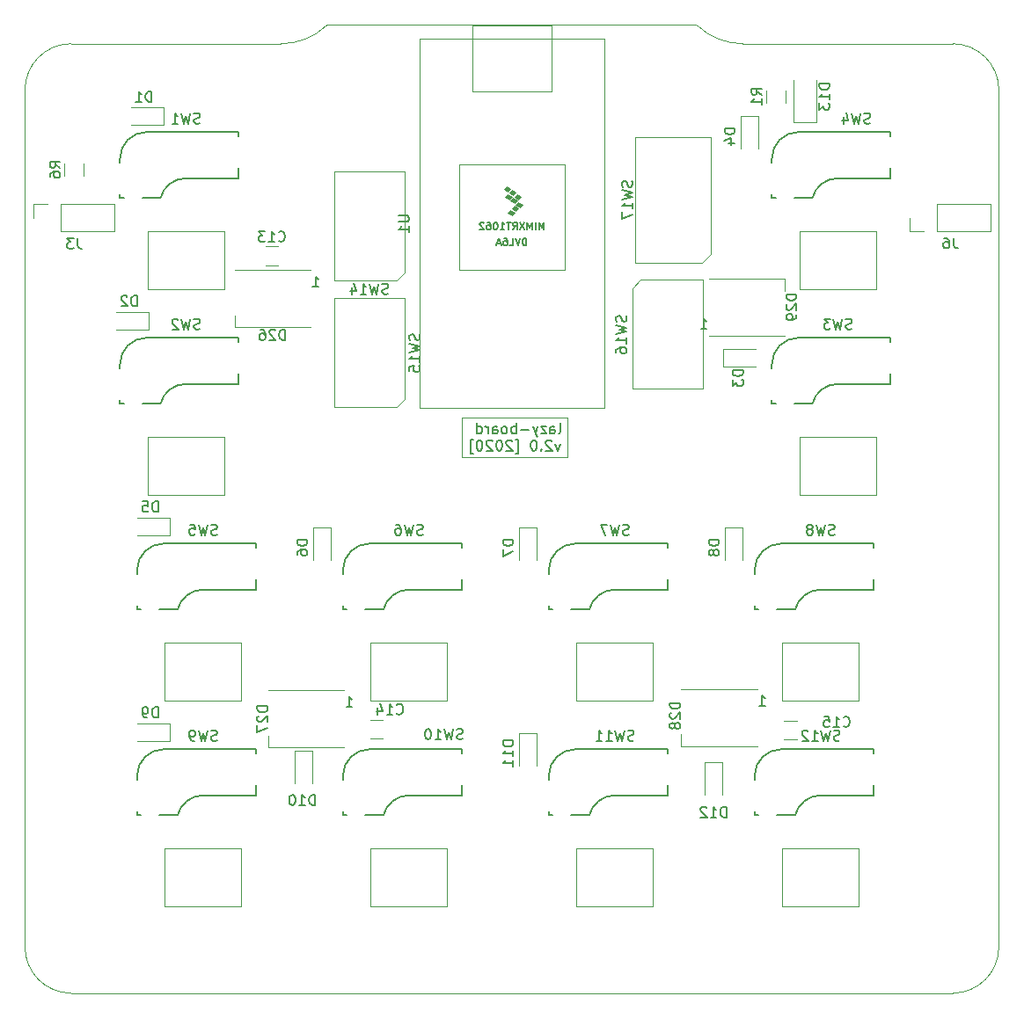
<source format=gbr>
G04 #@! TF.GenerationSoftware,KiCad,Pcbnew,(5.1.6)-1*
G04 #@! TF.CreationDate,2020-07-03T23:32:01-07:00*
G04 #@! TF.ProjectId,keypadV2,6b657970-6164-4563-922e-6b696361645f,rev?*
G04 #@! TF.SameCoordinates,Original*
G04 #@! TF.FileFunction,Legend,Bot*
G04 #@! TF.FilePolarity,Positive*
%FSLAX46Y46*%
G04 Gerber Fmt 4.6, Leading zero omitted, Abs format (unit mm)*
G04 Created by KiCad (PCBNEW (5.1.6)-1) date 2020-07-03 23:32:01*
%MOMM*%
%LPD*%
G01*
G04 APERTURE LIST*
%ADD10C,0.120000*%
%ADD11C,0.150000*%
G04 #@! TA.AperFunction,Profile*
%ADD12C,0.050000*%
G04 #@! TD*
G04 #@! TA.AperFunction,Profile*
%ADD13C,0.120000*%
G04 #@! TD*
%ADD14C,0.100000*%
G04 APERTURE END LIST*
D10*
X177038000Y-85217000D02*
X187198000Y-85217000D01*
X177038000Y-81407000D02*
X177038000Y-85217000D01*
X187198000Y-81407000D02*
X177038000Y-81407000D01*
X187198000Y-85217000D02*
X187198000Y-81407000D01*
D11*
X186356095Y-82939380D02*
X186451333Y-82891761D01*
X186498952Y-82796523D01*
X186498952Y-81939380D01*
X185546571Y-82939380D02*
X185546571Y-82415571D01*
X185594190Y-82320333D01*
X185689428Y-82272714D01*
X185879904Y-82272714D01*
X185975142Y-82320333D01*
X185546571Y-82891761D02*
X185641809Y-82939380D01*
X185879904Y-82939380D01*
X185975142Y-82891761D01*
X186022761Y-82796523D01*
X186022761Y-82701285D01*
X185975142Y-82606047D01*
X185879904Y-82558428D01*
X185641809Y-82558428D01*
X185546571Y-82510809D01*
X185165619Y-82272714D02*
X184641809Y-82272714D01*
X185165619Y-82939380D01*
X184641809Y-82939380D01*
X184356095Y-82272714D02*
X184118000Y-82939380D01*
X183879904Y-82272714D02*
X184118000Y-82939380D01*
X184213238Y-83177476D01*
X184260857Y-83225095D01*
X184356095Y-83272714D01*
X183498952Y-82558428D02*
X182737047Y-82558428D01*
X182260857Y-82939380D02*
X182260857Y-81939380D01*
X182260857Y-82320333D02*
X182165619Y-82272714D01*
X181975142Y-82272714D01*
X181879904Y-82320333D01*
X181832285Y-82367952D01*
X181784666Y-82463190D01*
X181784666Y-82748904D01*
X181832285Y-82844142D01*
X181879904Y-82891761D01*
X181975142Y-82939380D01*
X182165619Y-82939380D01*
X182260857Y-82891761D01*
X181213238Y-82939380D02*
X181308476Y-82891761D01*
X181356095Y-82844142D01*
X181403714Y-82748904D01*
X181403714Y-82463190D01*
X181356095Y-82367952D01*
X181308476Y-82320333D01*
X181213238Y-82272714D01*
X181070380Y-82272714D01*
X180975142Y-82320333D01*
X180927523Y-82367952D01*
X180879904Y-82463190D01*
X180879904Y-82748904D01*
X180927523Y-82844142D01*
X180975142Y-82891761D01*
X181070380Y-82939380D01*
X181213238Y-82939380D01*
X180022761Y-82939380D02*
X180022761Y-82415571D01*
X180070380Y-82320333D01*
X180165619Y-82272714D01*
X180356095Y-82272714D01*
X180451333Y-82320333D01*
X180022761Y-82891761D02*
X180118000Y-82939380D01*
X180356095Y-82939380D01*
X180451333Y-82891761D01*
X180498952Y-82796523D01*
X180498952Y-82701285D01*
X180451333Y-82606047D01*
X180356095Y-82558428D01*
X180118000Y-82558428D01*
X180022761Y-82510809D01*
X179546571Y-82939380D02*
X179546571Y-82272714D01*
X179546571Y-82463190D02*
X179498952Y-82367952D01*
X179451333Y-82320333D01*
X179356095Y-82272714D01*
X179260857Y-82272714D01*
X178498952Y-82939380D02*
X178498952Y-81939380D01*
X178498952Y-82891761D02*
X178594190Y-82939380D01*
X178784666Y-82939380D01*
X178879904Y-82891761D01*
X178927523Y-82844142D01*
X178975142Y-82748904D01*
X178975142Y-82463190D01*
X178927523Y-82367952D01*
X178879904Y-82320333D01*
X178784666Y-82272714D01*
X178594190Y-82272714D01*
X178498952Y-82320333D01*
X186498952Y-83922714D02*
X186260857Y-84589380D01*
X186022761Y-83922714D01*
X185689428Y-83684619D02*
X185641809Y-83637000D01*
X185546571Y-83589380D01*
X185308476Y-83589380D01*
X185213238Y-83637000D01*
X185165619Y-83684619D01*
X185118000Y-83779857D01*
X185118000Y-83875095D01*
X185165619Y-84017952D01*
X185737047Y-84589380D01*
X185118000Y-84589380D01*
X184689428Y-84494142D02*
X184641809Y-84541761D01*
X184689428Y-84589380D01*
X184737047Y-84541761D01*
X184689428Y-84494142D01*
X184689428Y-84589380D01*
X184022761Y-83589380D02*
X183927523Y-83589380D01*
X183832285Y-83637000D01*
X183784666Y-83684619D01*
X183737047Y-83779857D01*
X183689428Y-83970333D01*
X183689428Y-84208428D01*
X183737047Y-84398904D01*
X183784666Y-84494142D01*
X183832285Y-84541761D01*
X183927523Y-84589380D01*
X184022761Y-84589380D01*
X184118000Y-84541761D01*
X184165619Y-84494142D01*
X184213238Y-84398904D01*
X184260857Y-84208428D01*
X184260857Y-83970333D01*
X184213238Y-83779857D01*
X184165619Y-83684619D01*
X184118000Y-83637000D01*
X184022761Y-83589380D01*
X182213238Y-84922714D02*
X182451333Y-84922714D01*
X182451333Y-83494142D01*
X182213238Y-83494142D01*
X181879904Y-83684619D02*
X181832285Y-83637000D01*
X181737047Y-83589380D01*
X181498952Y-83589380D01*
X181403714Y-83637000D01*
X181356095Y-83684619D01*
X181308476Y-83779857D01*
X181308476Y-83875095D01*
X181356095Y-84017952D01*
X181927523Y-84589380D01*
X181308476Y-84589380D01*
X180689428Y-83589380D02*
X180594190Y-83589380D01*
X180498952Y-83637000D01*
X180451333Y-83684619D01*
X180403714Y-83779857D01*
X180356095Y-83970333D01*
X180356095Y-84208428D01*
X180403714Y-84398904D01*
X180451333Y-84494142D01*
X180498952Y-84541761D01*
X180594190Y-84589380D01*
X180689428Y-84589380D01*
X180784666Y-84541761D01*
X180832285Y-84494142D01*
X180879904Y-84398904D01*
X180927523Y-84208428D01*
X180927523Y-83970333D01*
X180879904Y-83779857D01*
X180832285Y-83684619D01*
X180784666Y-83637000D01*
X180689428Y-83589380D01*
X179975142Y-83684619D02*
X179927523Y-83637000D01*
X179832285Y-83589380D01*
X179594190Y-83589380D01*
X179498952Y-83637000D01*
X179451333Y-83684619D01*
X179403714Y-83779857D01*
X179403714Y-83875095D01*
X179451333Y-84017952D01*
X180022761Y-84589380D01*
X179403714Y-84589380D01*
X178784666Y-83589380D02*
X178689428Y-83589380D01*
X178594190Y-83637000D01*
X178546571Y-83684619D01*
X178498952Y-83779857D01*
X178451333Y-83970333D01*
X178451333Y-84208428D01*
X178498952Y-84398904D01*
X178546571Y-84494142D01*
X178594190Y-84541761D01*
X178689428Y-84589380D01*
X178784666Y-84589380D01*
X178879904Y-84541761D01*
X178927523Y-84494142D01*
X178975142Y-84398904D01*
X179022761Y-84208428D01*
X179022761Y-83970333D01*
X178975142Y-83779857D01*
X178927523Y-83684619D01*
X178879904Y-83637000D01*
X178784666Y-83589380D01*
X178118000Y-84922714D02*
X177879904Y-84922714D01*
X177879904Y-83494142D01*
X178118000Y-83494142D01*
D12*
X154178000Y-69024500D02*
X154178000Y-63436500D01*
X146812000Y-69024500D02*
X154178000Y-69024500D01*
X154178000Y-63436500D02*
X146812000Y-63436500D01*
X146812000Y-63436500D02*
X146812000Y-69024500D01*
X154178000Y-88836500D02*
X154178000Y-83248500D01*
X146812000Y-88836500D02*
X154178000Y-88836500D01*
X154178000Y-83248500D02*
X146812000Y-83248500D01*
X146812000Y-83248500D02*
X146812000Y-88836500D01*
X155829000Y-108648500D02*
X155829000Y-103060500D01*
X148463000Y-108648500D02*
X155829000Y-108648500D01*
X155829000Y-103060500D02*
X148463000Y-103060500D01*
X148463000Y-103060500D02*
X148463000Y-108648500D01*
X155829000Y-128460500D02*
X155829000Y-122872500D01*
X148463000Y-128460500D02*
X155829000Y-128460500D01*
X155829000Y-122872500D02*
X148463000Y-122872500D01*
X148463000Y-122872500D02*
X148463000Y-128460500D01*
X175641000Y-128460500D02*
X175641000Y-122872500D01*
X168275000Y-128460500D02*
X175641000Y-128460500D01*
X175641000Y-122872500D02*
X168275000Y-122872500D01*
X168275000Y-122872500D02*
X168275000Y-128460500D01*
X175641000Y-108648500D02*
X175641000Y-103060500D01*
X168275000Y-108648500D02*
X175641000Y-108648500D01*
X175641000Y-103060500D02*
X168275000Y-103060500D01*
X168275000Y-103060500D02*
X168275000Y-108648500D01*
X195453000Y-108648500D02*
X195453000Y-103060500D01*
X188087000Y-108648500D02*
X195453000Y-108648500D01*
X195453000Y-103060500D02*
X188087000Y-103060500D01*
X188087000Y-103060500D02*
X188087000Y-108648500D01*
X195453000Y-128460500D02*
X195453000Y-122872500D01*
X188087000Y-128460500D02*
X195453000Y-128460500D01*
X195453000Y-122872500D02*
X188087000Y-122872500D01*
X188087000Y-122872500D02*
X188087000Y-128460500D01*
X215265000Y-128460500D02*
X215265000Y-122872500D01*
X207899000Y-128460500D02*
X215265000Y-128460500D01*
X215265000Y-122872500D02*
X207899000Y-122872500D01*
X207899000Y-122872500D02*
X207899000Y-128460500D01*
X215265000Y-108648500D02*
X215265000Y-103060500D01*
X207899000Y-108648500D02*
X215265000Y-108648500D01*
X215265000Y-103060500D02*
X207899000Y-103060500D01*
X207899000Y-103060500D02*
X207899000Y-108648500D01*
X216916000Y-83248500D02*
X209550000Y-83248500D01*
X209550000Y-88836500D02*
X216916000Y-88836500D01*
X216916000Y-88836500D02*
X216916000Y-83248500D01*
X209550000Y-83248500D02*
X209550000Y-88836500D01*
X216916000Y-69024500D02*
X216916000Y-63436500D01*
X209550000Y-69024500D02*
X216916000Y-69024500D01*
X209550000Y-63436500D02*
X209550000Y-69024500D01*
X216916000Y-63436500D02*
X209550000Y-63436500D01*
X224282000Y-45402500D02*
X204089000Y-45402500D01*
X199459533Y-43557442D02*
X164268467Y-43557442D01*
X199728941Y-43669034D02*
G75*
G03*
X204089000Y-45402500I4360059J4616534D01*
G01*
X199728941Y-43669034D02*
G75*
G03*
X199459533Y-43557442I-269408J-269408D01*
G01*
X163999059Y-43669034D02*
G75*
G02*
X164268467Y-43557442I269408J-269408D01*
G01*
X163999059Y-43669034D02*
G75*
G02*
X159639000Y-45402500I-4360059J4616534D01*
G01*
X139446000Y-45402500D02*
X159639000Y-45402500D01*
X135001000Y-49847500D02*
X135001000Y-132397500D01*
X224282000Y-136842500D02*
X139446000Y-136842500D01*
X228727000Y-49847500D02*
X228727000Y-132397500D01*
D13*
X135001000Y-49847500D02*
G75*
G02*
X139446000Y-45402500I4445000J0D01*
G01*
X224282000Y-45402500D02*
G75*
G02*
X228727000Y-49847500I0J-4445000D01*
G01*
X228727000Y-132397500D02*
G75*
G02*
X224282000Y-136842500I-4445000J0D01*
G01*
X139446000Y-136842500D02*
G75*
G02*
X135001000Y-132397500I0J4445000D01*
G01*
D10*
X220158000Y-62166500D02*
X220158000Y-63496500D01*
X220158000Y-63496500D02*
X221488000Y-63496500D01*
X222758000Y-63496500D02*
X227898000Y-63496500D01*
X227898000Y-60836500D02*
X227898000Y-63496500D01*
X222758000Y-60836500D02*
X227898000Y-60836500D01*
X222758000Y-60836500D02*
X222758000Y-63496500D01*
X165702000Y-107676500D02*
X158402000Y-107676500D01*
X165702000Y-113176500D02*
X158402000Y-113176500D01*
X158402000Y-113176500D02*
X158402000Y-112026500D01*
X159352064Y-66759500D02*
X158147936Y-66759500D01*
X159352064Y-64939500D02*
X158147936Y-64939500D01*
X168244436Y-110532500D02*
X169448564Y-110532500D01*
X168244436Y-112352500D02*
X169448564Y-112352500D01*
X208058936Y-110596000D02*
X209263064Y-110596000D01*
X208058936Y-112416000D02*
X209263064Y-112416000D01*
X148331000Y-51537500D02*
X148331000Y-53237500D01*
X148331000Y-53237500D02*
X145181000Y-53237500D01*
X148331000Y-51537500D02*
X145181000Y-51537500D01*
X146934000Y-71222500D02*
X146934000Y-72922500D01*
X146934000Y-72922500D02*
X143784000Y-72922500D01*
X146934000Y-71222500D02*
X143784000Y-71222500D01*
X202189000Y-76478500D02*
X205339000Y-76478500D01*
X202189000Y-74778500D02*
X205339000Y-74778500D01*
X202189000Y-76478500D02*
X202189000Y-74778500D01*
X203874000Y-52392500D02*
X205574000Y-52392500D01*
X205574000Y-52392500D02*
X205574000Y-55542500D01*
X203874000Y-52392500D02*
X203874000Y-55542500D01*
X148966000Y-91034500D02*
X145816000Y-91034500D01*
X148966000Y-92734500D02*
X145816000Y-92734500D01*
X148966000Y-91034500D02*
X148966000Y-92734500D01*
X162726000Y-92016500D02*
X164426000Y-92016500D01*
X164426000Y-92016500D02*
X164426000Y-95166500D01*
X162726000Y-92016500D02*
X162726000Y-95166500D01*
X182538000Y-92016500D02*
X182538000Y-95166500D01*
X184238000Y-92016500D02*
X184238000Y-95166500D01*
X182538000Y-92016500D02*
X184238000Y-92016500D01*
X202350000Y-92016500D02*
X202350000Y-95166500D01*
X204050000Y-92016500D02*
X204050000Y-95166500D01*
X202350000Y-92016500D02*
X204050000Y-92016500D01*
X148966000Y-110846500D02*
X145816000Y-110846500D01*
X148966000Y-112546500D02*
X145816000Y-112546500D01*
X148966000Y-110846500D02*
X148966000Y-112546500D01*
X160948000Y-113479500D02*
X162648000Y-113479500D01*
X162648000Y-113479500D02*
X162648000Y-116629500D01*
X160948000Y-113479500D02*
X160948000Y-116629500D01*
X182538000Y-111828500D02*
X182538000Y-114978500D01*
X184238000Y-111828500D02*
X184238000Y-114978500D01*
X182538000Y-111828500D02*
X184238000Y-111828500D01*
X200445000Y-114622500D02*
X202145000Y-114622500D01*
X202145000Y-114622500D02*
X202145000Y-117772500D01*
X200445000Y-114622500D02*
X200445000Y-117772500D01*
X208923000Y-52942500D02*
X208923000Y-48882500D01*
X211193000Y-52942500D02*
X208923000Y-52942500D01*
X211193000Y-48882500D02*
X211193000Y-52942500D01*
X155163500Y-72727000D02*
X155163500Y-71577000D01*
X162463500Y-72727000D02*
X155163500Y-72727000D01*
X162463500Y-67227000D02*
X155163500Y-67227000D01*
X198153000Y-113049500D02*
X198153000Y-111899500D01*
X205453000Y-113049500D02*
X198153000Y-113049500D01*
X205453000Y-107549500D02*
X198153000Y-107549500D01*
X200820000Y-73552500D02*
X208120000Y-73552500D01*
X200820000Y-68052500D02*
X208120000Y-68052500D01*
X208120000Y-68052500D02*
X208120000Y-69202500D01*
X208174000Y-49880436D02*
X208174000Y-51084564D01*
X206354000Y-49880436D02*
X206354000Y-51084564D01*
X164748000Y-68242000D02*
X170748000Y-68242000D01*
X164748000Y-57742000D02*
X164748000Y-68242000D01*
X171548000Y-57742000D02*
X164748000Y-57742000D01*
X171548000Y-67442000D02*
X171548000Y-57742000D01*
X170748000Y-68242000D02*
X171548000Y-67442000D01*
X170748000Y-80434000D02*
X171548000Y-79634000D01*
X171548000Y-79634000D02*
X171548000Y-69934000D01*
X171548000Y-69934000D02*
X164748000Y-69934000D01*
X164748000Y-69934000D02*
X164748000Y-80434000D01*
X164748000Y-80434000D02*
X170748000Y-80434000D01*
X200250000Y-68156000D02*
X194250000Y-68156000D01*
X200250000Y-78656000D02*
X200250000Y-68156000D01*
X193450000Y-78656000D02*
X200250000Y-78656000D01*
X193450000Y-68956000D02*
X193450000Y-78656000D01*
X194250000Y-68156000D02*
X193450000Y-68956000D01*
X193753000Y-66477000D02*
X200163000Y-66477000D01*
X193753000Y-54427000D02*
X193753000Y-66477000D01*
X200963000Y-54427000D02*
X193753000Y-54427000D01*
X200963000Y-65677000D02*
X200963000Y-54427000D01*
X200163000Y-66477000D02*
X200963000Y-65677000D01*
X176784000Y-67183000D02*
X176784000Y-57023000D01*
X186944000Y-67183000D02*
X176784000Y-67183000D01*
X186944000Y-57023000D02*
X186944000Y-67183000D01*
X176784000Y-57023000D02*
X186944000Y-57023000D01*
X185674000Y-50038000D02*
X185674000Y-44958000D01*
X178054000Y-50038000D02*
X185674000Y-50038000D01*
X178054000Y-44958000D02*
X178054000Y-50038000D01*
X178054000Y-43688000D02*
X178054000Y-44958000D01*
X185674000Y-43688000D02*
X178054000Y-43688000D01*
X185674000Y-44958000D02*
X185674000Y-43688000D01*
X172974000Y-44958000D02*
X190754000Y-44958000D01*
X172974000Y-80518000D02*
X172974000Y-44958000D01*
X190754000Y-80518000D02*
X172974000Y-80518000D01*
X190754000Y-44958000D02*
X190754000Y-80518000D01*
D14*
G36*
X181838600Y-61899800D02*
G01*
X182092600Y-61645800D01*
X181711600Y-61391800D01*
X181457600Y-61645800D01*
X181838600Y-61899800D01*
G37*
X181838600Y-61899800D02*
X182092600Y-61645800D01*
X181711600Y-61391800D01*
X181457600Y-61645800D01*
X181838600Y-61899800D01*
G36*
X182219600Y-61518800D02*
G01*
X182473600Y-61264800D01*
X182092600Y-61010800D01*
X181838600Y-61264800D01*
X182219600Y-61518800D01*
G37*
X182219600Y-61518800D02*
X182473600Y-61264800D01*
X182092600Y-61010800D01*
X181838600Y-61264800D01*
X182219600Y-61518800D01*
G36*
X181457600Y-59613800D02*
G01*
X181711600Y-59359800D01*
X181330600Y-59105800D01*
X181076600Y-59359800D01*
X181457600Y-59613800D01*
G37*
X181457600Y-59613800D02*
X181711600Y-59359800D01*
X181330600Y-59105800D01*
X181076600Y-59359800D01*
X181457600Y-59613800D01*
G36*
X182600600Y-61137800D02*
G01*
X182854600Y-60883800D01*
X182473600Y-60629800D01*
X182219600Y-60883800D01*
X182600600Y-61137800D01*
G37*
X182600600Y-61137800D02*
X182854600Y-60883800D01*
X182473600Y-60629800D01*
X182219600Y-60883800D01*
X182600600Y-61137800D01*
G36*
X182473600Y-60375800D02*
G01*
X182727600Y-60121800D01*
X182346600Y-59867800D01*
X182092600Y-60121800D01*
X182473600Y-60375800D01*
G37*
X182473600Y-60375800D02*
X182727600Y-60121800D01*
X182346600Y-59867800D01*
X182092600Y-60121800D01*
X182473600Y-60375800D01*
G36*
X181965600Y-59994800D02*
G01*
X182219600Y-59740800D01*
X181838600Y-59486800D01*
X181584600Y-59740800D01*
X181965600Y-59994800D01*
G37*
X181965600Y-59994800D02*
X182219600Y-59740800D01*
X181838600Y-59486800D01*
X181584600Y-59740800D01*
X181965600Y-59994800D01*
G36*
X182092600Y-60756800D02*
G01*
X182346600Y-60502800D01*
X181965600Y-60248800D01*
X181711600Y-60502800D01*
X182092600Y-60756800D01*
G37*
X182092600Y-60756800D02*
X182346600Y-60502800D01*
X181965600Y-60248800D01*
X181711600Y-60502800D01*
X182092600Y-60756800D01*
G36*
X181584600Y-60375800D02*
G01*
X181838600Y-60121800D01*
X181457600Y-59867800D01*
X181203600Y-60121800D01*
X181584600Y-60375800D01*
G37*
X181584600Y-60375800D02*
X181838600Y-60121800D01*
X181457600Y-59867800D01*
X181203600Y-60121800D01*
X181584600Y-60375800D01*
D11*
X155575000Y-53911500D02*
X155575000Y-54292500D01*
X146685000Y-53911500D02*
X155575000Y-53911500D01*
X144145000Y-56451500D02*
X144145000Y-56832500D01*
X144526000Y-60261500D02*
X144145000Y-60261500D01*
X148030838Y-60261500D02*
X146304000Y-60261500D01*
X155575000Y-58356500D02*
X150495000Y-58356500D01*
X155575000Y-57340500D02*
X155575000Y-58356500D01*
X144145000Y-59880500D02*
X144145000Y-60261500D01*
X144145000Y-56451500D02*
G75*
G02*
X146685000Y-53911500I2540000J0D01*
G01*
X148030838Y-60280460D02*
G75*
G02*
X150495000Y-58356500I2464162J-616040D01*
G01*
X144145000Y-79692500D02*
X144145000Y-80073500D01*
X155575000Y-77152500D02*
X155575000Y-78168500D01*
X155575000Y-78168500D02*
X150495000Y-78168500D01*
X148030838Y-80073500D02*
X146304000Y-80073500D01*
X144526000Y-80073500D02*
X144145000Y-80073500D01*
X144145000Y-76263500D02*
X144145000Y-76644500D01*
X146685000Y-73723500D02*
X155575000Y-73723500D01*
X155575000Y-73723500D02*
X155575000Y-74104500D01*
X148030838Y-80092460D02*
G75*
G02*
X150495000Y-78168500I2464162J-616040D01*
G01*
X144145000Y-76263500D02*
G75*
G02*
X146685000Y-73723500I2540000J0D01*
G01*
X218313000Y-73723500D02*
X218313000Y-74104500D01*
X209423000Y-73723500D02*
X218313000Y-73723500D01*
X206883000Y-76263500D02*
X206883000Y-76644500D01*
X207264000Y-80073500D02*
X206883000Y-80073500D01*
X210768838Y-80073500D02*
X209042000Y-80073500D01*
X218313000Y-78168500D02*
X213233000Y-78168500D01*
X218313000Y-77152500D02*
X218313000Y-78168500D01*
X206883000Y-79692500D02*
X206883000Y-80073500D01*
X206883000Y-76263500D02*
G75*
G02*
X209423000Y-73723500I2540000J0D01*
G01*
X210768838Y-80092460D02*
G75*
G02*
X213233000Y-78168500I2464162J-616040D01*
G01*
X206883000Y-59880500D02*
X206883000Y-60261500D01*
X218313000Y-57340500D02*
X218313000Y-58356500D01*
X218313000Y-58356500D02*
X213233000Y-58356500D01*
X210768838Y-60261500D02*
X209042000Y-60261500D01*
X207264000Y-60261500D02*
X206883000Y-60261500D01*
X206883000Y-56451500D02*
X206883000Y-56832500D01*
X209423000Y-53911500D02*
X218313000Y-53911500D01*
X218313000Y-53911500D02*
X218313000Y-54292500D01*
X210768838Y-60280460D02*
G75*
G02*
X213233000Y-58356500I2464162J-616040D01*
G01*
X206883000Y-56451500D02*
G75*
G02*
X209423000Y-53911500I2540000J0D01*
G01*
X157226000Y-93535500D02*
X157226000Y-93916500D01*
X148336000Y-93535500D02*
X157226000Y-93535500D01*
X145796000Y-96075500D02*
X145796000Y-96456500D01*
X146177000Y-99885500D02*
X145796000Y-99885500D01*
X149681838Y-99885500D02*
X147955000Y-99885500D01*
X157226000Y-97980500D02*
X152146000Y-97980500D01*
X157226000Y-96964500D02*
X157226000Y-97980500D01*
X145796000Y-99504500D02*
X145796000Y-99885500D01*
X145796000Y-96075500D02*
G75*
G02*
X148336000Y-93535500I2540000J0D01*
G01*
X149681838Y-99904460D02*
G75*
G02*
X152146000Y-97980500I2464162J-616040D01*
G01*
X177038000Y-93535500D02*
X177038000Y-93916500D01*
X168148000Y-93535500D02*
X177038000Y-93535500D01*
X165608000Y-96075500D02*
X165608000Y-96456500D01*
X165989000Y-99885500D02*
X165608000Y-99885500D01*
X169493838Y-99885500D02*
X167767000Y-99885500D01*
X177038000Y-97980500D02*
X171958000Y-97980500D01*
X177038000Y-96964500D02*
X177038000Y-97980500D01*
X165608000Y-99504500D02*
X165608000Y-99885500D01*
X165608000Y-96075500D02*
G75*
G02*
X168148000Y-93535500I2540000J0D01*
G01*
X169493838Y-99904460D02*
G75*
G02*
X171958000Y-97980500I2464162J-616040D01*
G01*
X185420000Y-99504500D02*
X185420000Y-99885500D01*
X196850000Y-96964500D02*
X196850000Y-97980500D01*
X196850000Y-97980500D02*
X191770000Y-97980500D01*
X189305838Y-99885500D02*
X187579000Y-99885500D01*
X185801000Y-99885500D02*
X185420000Y-99885500D01*
X185420000Y-96075500D02*
X185420000Y-96456500D01*
X187960000Y-93535500D02*
X196850000Y-93535500D01*
X196850000Y-93535500D02*
X196850000Y-93916500D01*
X189305838Y-99904460D02*
G75*
G02*
X191770000Y-97980500I2464162J-616040D01*
G01*
X185420000Y-96075500D02*
G75*
G02*
X187960000Y-93535500I2540000J0D01*
G01*
X216662000Y-93535500D02*
X216662000Y-93916500D01*
X207772000Y-93535500D02*
X216662000Y-93535500D01*
X205232000Y-96075500D02*
X205232000Y-96456500D01*
X205613000Y-99885500D02*
X205232000Y-99885500D01*
X209117838Y-99885500D02*
X207391000Y-99885500D01*
X216662000Y-97980500D02*
X211582000Y-97980500D01*
X216662000Y-96964500D02*
X216662000Y-97980500D01*
X205232000Y-99504500D02*
X205232000Y-99885500D01*
X205232000Y-96075500D02*
G75*
G02*
X207772000Y-93535500I2540000J0D01*
G01*
X209117838Y-99904460D02*
G75*
G02*
X211582000Y-97980500I2464162J-616040D01*
G01*
X145796000Y-119316500D02*
X145796000Y-119697500D01*
X157226000Y-116776500D02*
X157226000Y-117792500D01*
X157226000Y-117792500D02*
X152146000Y-117792500D01*
X149681838Y-119697500D02*
X147955000Y-119697500D01*
X146177000Y-119697500D02*
X145796000Y-119697500D01*
X145796000Y-115887500D02*
X145796000Y-116268500D01*
X148336000Y-113347500D02*
X157226000Y-113347500D01*
X157226000Y-113347500D02*
X157226000Y-113728500D01*
X149681838Y-119716460D02*
G75*
G02*
X152146000Y-117792500I2464162J-616040D01*
G01*
X145796000Y-115887500D02*
G75*
G02*
X148336000Y-113347500I2540000J0D01*
G01*
X165608000Y-119316500D02*
X165608000Y-119697500D01*
X177038000Y-116776500D02*
X177038000Y-117792500D01*
X177038000Y-117792500D02*
X171958000Y-117792500D01*
X169493838Y-119697500D02*
X167767000Y-119697500D01*
X165989000Y-119697500D02*
X165608000Y-119697500D01*
X165608000Y-115887500D02*
X165608000Y-116268500D01*
X168148000Y-113347500D02*
X177038000Y-113347500D01*
X177038000Y-113347500D02*
X177038000Y-113728500D01*
X169493838Y-119716460D02*
G75*
G02*
X171958000Y-117792500I2464162J-616040D01*
G01*
X165608000Y-115887500D02*
G75*
G02*
X168148000Y-113347500I2540000J0D01*
G01*
X196850000Y-113347500D02*
X196850000Y-113728500D01*
X187960000Y-113347500D02*
X196850000Y-113347500D01*
X185420000Y-115887500D02*
X185420000Y-116268500D01*
X185801000Y-119697500D02*
X185420000Y-119697500D01*
X189305838Y-119697500D02*
X187579000Y-119697500D01*
X196850000Y-117792500D02*
X191770000Y-117792500D01*
X196850000Y-116776500D02*
X196850000Y-117792500D01*
X185420000Y-119316500D02*
X185420000Y-119697500D01*
X185420000Y-115887500D02*
G75*
G02*
X187960000Y-113347500I2540000J0D01*
G01*
X189305838Y-119716460D02*
G75*
G02*
X191770000Y-117792500I2464162J-616040D01*
G01*
X205232000Y-119316500D02*
X205232000Y-119697500D01*
X216662000Y-116776500D02*
X216662000Y-117792500D01*
X216662000Y-117792500D02*
X211582000Y-117792500D01*
X209117838Y-119697500D02*
X207391000Y-119697500D01*
X205613000Y-119697500D02*
X205232000Y-119697500D01*
X205232000Y-115887500D02*
X205232000Y-116268500D01*
X207772000Y-113347500D02*
X216662000Y-113347500D01*
X216662000Y-113347500D02*
X216662000Y-113728500D01*
X209117838Y-119716460D02*
G75*
G02*
X211582000Y-117792500I2464162J-616040D01*
G01*
X205232000Y-115887500D02*
G75*
G02*
X207772000Y-113347500I2540000J0D01*
G01*
D10*
X135830000Y-60836500D02*
X135830000Y-62166500D01*
X137160000Y-60836500D02*
X135830000Y-60836500D01*
X138430000Y-60836500D02*
X138430000Y-63496500D01*
X138430000Y-63496500D02*
X143570000Y-63496500D01*
X138430000Y-60836500D02*
X143570000Y-60836500D01*
X143570000Y-60836500D02*
X143570000Y-63496500D01*
X138790000Y-58133064D02*
X138790000Y-56928936D01*
X140610000Y-58133064D02*
X140610000Y-56928936D01*
D11*
X224386733Y-64108080D02*
X224386733Y-64822366D01*
X224434352Y-64965223D01*
X224529590Y-65060461D01*
X224672447Y-65108080D01*
X224767685Y-65108080D01*
X223481971Y-64108080D02*
X223672447Y-64108080D01*
X223767685Y-64155700D01*
X223815304Y-64203319D01*
X223910542Y-64346176D01*
X223958161Y-64536652D01*
X223958161Y-64917604D01*
X223910542Y-65012842D01*
X223862923Y-65060461D01*
X223767685Y-65108080D01*
X223577209Y-65108080D01*
X223481971Y-65060461D01*
X223434352Y-65012842D01*
X223386733Y-64917604D01*
X223386733Y-64679509D01*
X223434352Y-64584271D01*
X223481971Y-64536652D01*
X223577209Y-64489033D01*
X223767685Y-64489033D01*
X223862923Y-64536652D01*
X223910542Y-64584271D01*
X223958161Y-64679509D01*
X158351480Y-109212214D02*
X157351480Y-109212214D01*
X157351480Y-109450309D01*
X157399100Y-109593166D01*
X157494338Y-109688404D01*
X157589576Y-109736023D01*
X157780052Y-109783642D01*
X157922909Y-109783642D01*
X158113385Y-109736023D01*
X158208623Y-109688404D01*
X158303861Y-109593166D01*
X158351480Y-109450309D01*
X158351480Y-109212214D01*
X157446719Y-110164595D02*
X157399100Y-110212214D01*
X157351480Y-110307452D01*
X157351480Y-110545547D01*
X157399100Y-110640785D01*
X157446719Y-110688404D01*
X157541957Y-110736023D01*
X157637195Y-110736023D01*
X157780052Y-110688404D01*
X158351480Y-110116976D01*
X158351480Y-110736023D01*
X157351480Y-111069357D02*
X157351480Y-111736023D01*
X158351480Y-111307452D01*
X165916285Y-109278880D02*
X166487714Y-109278880D01*
X166202000Y-109278880D02*
X166202000Y-108278880D01*
X166297238Y-108421738D01*
X166392476Y-108516976D01*
X166487714Y-108564595D01*
X159392857Y-64386642D02*
X159440476Y-64434261D01*
X159583333Y-64481880D01*
X159678571Y-64481880D01*
X159821428Y-64434261D01*
X159916666Y-64339023D01*
X159964285Y-64243785D01*
X160011904Y-64053309D01*
X160011904Y-63910452D01*
X159964285Y-63719976D01*
X159916666Y-63624738D01*
X159821428Y-63529500D01*
X159678571Y-63481880D01*
X159583333Y-63481880D01*
X159440476Y-63529500D01*
X159392857Y-63577119D01*
X158440476Y-64481880D02*
X159011904Y-64481880D01*
X158726190Y-64481880D02*
X158726190Y-63481880D01*
X158821428Y-63624738D01*
X158916666Y-63719976D01*
X159011904Y-63767595D01*
X158107142Y-63481880D02*
X157488095Y-63481880D01*
X157821428Y-63862833D01*
X157678571Y-63862833D01*
X157583333Y-63910452D01*
X157535714Y-63958071D01*
X157488095Y-64053309D01*
X157488095Y-64291404D01*
X157535714Y-64386642D01*
X157583333Y-64434261D01*
X157678571Y-64481880D01*
X157964285Y-64481880D01*
X158059523Y-64434261D01*
X158107142Y-64386642D01*
X170759357Y-109894642D02*
X170806976Y-109942261D01*
X170949833Y-109989880D01*
X171045071Y-109989880D01*
X171187928Y-109942261D01*
X171283166Y-109847023D01*
X171330785Y-109751785D01*
X171378404Y-109561309D01*
X171378404Y-109418452D01*
X171330785Y-109227976D01*
X171283166Y-109132738D01*
X171187928Y-109037500D01*
X171045071Y-108989880D01*
X170949833Y-108989880D01*
X170806976Y-109037500D01*
X170759357Y-109085119D01*
X169806976Y-109989880D02*
X170378404Y-109989880D01*
X170092690Y-109989880D02*
X170092690Y-108989880D01*
X170187928Y-109132738D01*
X170283166Y-109227976D01*
X170378404Y-109275595D01*
X168949833Y-109323214D02*
X168949833Y-109989880D01*
X169187928Y-108942261D02*
X169426023Y-109656547D01*
X168806976Y-109656547D01*
X213748857Y-111101142D02*
X213796476Y-111148761D01*
X213939333Y-111196380D01*
X214034571Y-111196380D01*
X214177428Y-111148761D01*
X214272666Y-111053523D01*
X214320285Y-110958285D01*
X214367904Y-110767809D01*
X214367904Y-110624952D01*
X214320285Y-110434476D01*
X214272666Y-110339238D01*
X214177428Y-110244000D01*
X214034571Y-110196380D01*
X213939333Y-110196380D01*
X213796476Y-110244000D01*
X213748857Y-110291619D01*
X212796476Y-111196380D02*
X213367904Y-111196380D01*
X213082190Y-111196380D02*
X213082190Y-110196380D01*
X213177428Y-110339238D01*
X213272666Y-110434476D01*
X213367904Y-110482095D01*
X211891714Y-110196380D02*
X212367904Y-110196380D01*
X212415523Y-110672571D01*
X212367904Y-110624952D01*
X212272666Y-110577333D01*
X212034571Y-110577333D01*
X211939333Y-110624952D01*
X211891714Y-110672571D01*
X211844095Y-110767809D01*
X211844095Y-111005904D01*
X211891714Y-111101142D01*
X211939333Y-111148761D01*
X212034571Y-111196380D01*
X212272666Y-111196380D01*
X212367904Y-111148761D01*
X212415523Y-111101142D01*
X147169095Y-50989880D02*
X147169095Y-49989880D01*
X146931000Y-49989880D01*
X146788142Y-50037500D01*
X146692904Y-50132738D01*
X146645285Y-50227976D01*
X146597666Y-50418452D01*
X146597666Y-50561309D01*
X146645285Y-50751785D01*
X146692904Y-50847023D01*
X146788142Y-50942261D01*
X146931000Y-50989880D01*
X147169095Y-50989880D01*
X145645285Y-50989880D02*
X146216714Y-50989880D01*
X145931000Y-50989880D02*
X145931000Y-49989880D01*
X146026238Y-50132738D01*
X146121476Y-50227976D01*
X146216714Y-50275595D01*
X145772095Y-70674880D02*
X145772095Y-69674880D01*
X145534000Y-69674880D01*
X145391142Y-69722500D01*
X145295904Y-69817738D01*
X145248285Y-69912976D01*
X145200666Y-70103452D01*
X145200666Y-70246309D01*
X145248285Y-70436785D01*
X145295904Y-70532023D01*
X145391142Y-70627261D01*
X145534000Y-70674880D01*
X145772095Y-70674880D01*
X144819714Y-69770119D02*
X144772095Y-69722500D01*
X144676857Y-69674880D01*
X144438761Y-69674880D01*
X144343523Y-69722500D01*
X144295904Y-69770119D01*
X144248285Y-69865357D01*
X144248285Y-69960595D01*
X144295904Y-70103452D01*
X144867333Y-70674880D01*
X144248285Y-70674880D01*
X204096880Y-76846204D02*
X203096880Y-76846204D01*
X203096880Y-77084300D01*
X203144500Y-77227157D01*
X203239738Y-77322395D01*
X203334976Y-77370014D01*
X203525452Y-77417633D01*
X203668309Y-77417633D01*
X203858785Y-77370014D01*
X203954023Y-77322395D01*
X204049261Y-77227157D01*
X204096880Y-77084300D01*
X204096880Y-76846204D01*
X203096880Y-77750966D02*
X203096880Y-78370014D01*
X203477833Y-78036680D01*
X203477833Y-78179538D01*
X203525452Y-78274776D01*
X203573071Y-78322395D01*
X203668309Y-78370014D01*
X203906404Y-78370014D01*
X204001642Y-78322395D01*
X204049261Y-78274776D01*
X204096880Y-78179538D01*
X204096880Y-77893823D01*
X204049261Y-77798585D01*
X204001642Y-77750966D01*
X203326380Y-53554404D02*
X202326380Y-53554404D01*
X202326380Y-53792500D01*
X202374000Y-53935357D01*
X202469238Y-54030595D01*
X202564476Y-54078214D01*
X202754952Y-54125833D01*
X202897809Y-54125833D01*
X203088285Y-54078214D01*
X203183523Y-54030595D01*
X203278761Y-53935357D01*
X203326380Y-53792500D01*
X203326380Y-53554404D01*
X202659714Y-54982976D02*
X203326380Y-54982976D01*
X202278761Y-54744880D02*
X202993047Y-54506785D01*
X202993047Y-55125833D01*
X147804095Y-90486880D02*
X147804095Y-89486880D01*
X147566000Y-89486880D01*
X147423142Y-89534500D01*
X147327904Y-89629738D01*
X147280285Y-89724976D01*
X147232666Y-89915452D01*
X147232666Y-90058309D01*
X147280285Y-90248785D01*
X147327904Y-90344023D01*
X147423142Y-90439261D01*
X147566000Y-90486880D01*
X147804095Y-90486880D01*
X146327904Y-89486880D02*
X146804095Y-89486880D01*
X146851714Y-89963071D01*
X146804095Y-89915452D01*
X146708857Y-89867833D01*
X146470761Y-89867833D01*
X146375523Y-89915452D01*
X146327904Y-89963071D01*
X146280285Y-90058309D01*
X146280285Y-90296404D01*
X146327904Y-90391642D01*
X146375523Y-90439261D01*
X146470761Y-90486880D01*
X146708857Y-90486880D01*
X146804095Y-90439261D01*
X146851714Y-90391642D01*
X162178380Y-93178404D02*
X161178380Y-93178404D01*
X161178380Y-93416500D01*
X161226000Y-93559357D01*
X161321238Y-93654595D01*
X161416476Y-93702214D01*
X161606952Y-93749833D01*
X161749809Y-93749833D01*
X161940285Y-93702214D01*
X162035523Y-93654595D01*
X162130761Y-93559357D01*
X162178380Y-93416500D01*
X162178380Y-93178404D01*
X161178380Y-94606976D02*
X161178380Y-94416500D01*
X161226000Y-94321261D01*
X161273619Y-94273642D01*
X161416476Y-94178404D01*
X161606952Y-94130785D01*
X161987904Y-94130785D01*
X162083142Y-94178404D01*
X162130761Y-94226023D01*
X162178380Y-94321261D01*
X162178380Y-94511738D01*
X162130761Y-94606976D01*
X162083142Y-94654595D01*
X161987904Y-94702214D01*
X161749809Y-94702214D01*
X161654571Y-94654595D01*
X161606952Y-94606976D01*
X161559333Y-94511738D01*
X161559333Y-94321261D01*
X161606952Y-94226023D01*
X161654571Y-94178404D01*
X161749809Y-94130785D01*
X181990380Y-93178404D02*
X180990380Y-93178404D01*
X180990380Y-93416500D01*
X181038000Y-93559357D01*
X181133238Y-93654595D01*
X181228476Y-93702214D01*
X181418952Y-93749833D01*
X181561809Y-93749833D01*
X181752285Y-93702214D01*
X181847523Y-93654595D01*
X181942761Y-93559357D01*
X181990380Y-93416500D01*
X181990380Y-93178404D01*
X180990380Y-94083166D02*
X180990380Y-94749833D01*
X181990380Y-94321261D01*
X201802380Y-93178404D02*
X200802380Y-93178404D01*
X200802380Y-93416500D01*
X200850000Y-93559357D01*
X200945238Y-93654595D01*
X201040476Y-93702214D01*
X201230952Y-93749833D01*
X201373809Y-93749833D01*
X201564285Y-93702214D01*
X201659523Y-93654595D01*
X201754761Y-93559357D01*
X201802380Y-93416500D01*
X201802380Y-93178404D01*
X201230952Y-94321261D02*
X201183333Y-94226023D01*
X201135714Y-94178404D01*
X201040476Y-94130785D01*
X200992857Y-94130785D01*
X200897619Y-94178404D01*
X200850000Y-94226023D01*
X200802380Y-94321261D01*
X200802380Y-94511738D01*
X200850000Y-94606976D01*
X200897619Y-94654595D01*
X200992857Y-94702214D01*
X201040476Y-94702214D01*
X201135714Y-94654595D01*
X201183333Y-94606976D01*
X201230952Y-94511738D01*
X201230952Y-94321261D01*
X201278571Y-94226023D01*
X201326190Y-94178404D01*
X201421428Y-94130785D01*
X201611904Y-94130785D01*
X201707142Y-94178404D01*
X201754761Y-94226023D01*
X201802380Y-94321261D01*
X201802380Y-94511738D01*
X201754761Y-94606976D01*
X201707142Y-94654595D01*
X201611904Y-94702214D01*
X201421428Y-94702214D01*
X201326190Y-94654595D01*
X201278571Y-94606976D01*
X201230952Y-94511738D01*
X147804095Y-110298880D02*
X147804095Y-109298880D01*
X147566000Y-109298880D01*
X147423142Y-109346500D01*
X147327904Y-109441738D01*
X147280285Y-109536976D01*
X147232666Y-109727452D01*
X147232666Y-109870309D01*
X147280285Y-110060785D01*
X147327904Y-110156023D01*
X147423142Y-110251261D01*
X147566000Y-110298880D01*
X147804095Y-110298880D01*
X146756476Y-110298880D02*
X146566000Y-110298880D01*
X146470761Y-110251261D01*
X146423142Y-110203642D01*
X146327904Y-110060785D01*
X146280285Y-109870309D01*
X146280285Y-109489357D01*
X146327904Y-109394119D01*
X146375523Y-109346500D01*
X146470761Y-109298880D01*
X146661238Y-109298880D01*
X146756476Y-109346500D01*
X146804095Y-109394119D01*
X146851714Y-109489357D01*
X146851714Y-109727452D01*
X146804095Y-109822690D01*
X146756476Y-109870309D01*
X146661238Y-109917928D01*
X146470761Y-109917928D01*
X146375523Y-109870309D01*
X146327904Y-109822690D01*
X146280285Y-109727452D01*
X162910685Y-118740180D02*
X162910685Y-117740180D01*
X162672590Y-117740180D01*
X162529733Y-117787800D01*
X162434495Y-117883038D01*
X162386876Y-117978276D01*
X162339257Y-118168752D01*
X162339257Y-118311609D01*
X162386876Y-118502085D01*
X162434495Y-118597323D01*
X162529733Y-118692561D01*
X162672590Y-118740180D01*
X162910685Y-118740180D01*
X161386876Y-118740180D02*
X161958304Y-118740180D01*
X161672590Y-118740180D02*
X161672590Y-117740180D01*
X161767828Y-117883038D01*
X161863066Y-117978276D01*
X161958304Y-118025895D01*
X160767828Y-117740180D02*
X160672590Y-117740180D01*
X160577352Y-117787800D01*
X160529733Y-117835419D01*
X160482114Y-117930657D01*
X160434495Y-118121133D01*
X160434495Y-118359228D01*
X160482114Y-118549704D01*
X160529733Y-118644942D01*
X160577352Y-118692561D01*
X160672590Y-118740180D01*
X160767828Y-118740180D01*
X160863066Y-118692561D01*
X160910685Y-118644942D01*
X160958304Y-118549704D01*
X161005923Y-118359228D01*
X161005923Y-118121133D01*
X160958304Y-117930657D01*
X160910685Y-117835419D01*
X160863066Y-117787800D01*
X160767828Y-117740180D01*
X181990380Y-112514214D02*
X180990380Y-112514214D01*
X180990380Y-112752309D01*
X181038000Y-112895166D01*
X181133238Y-112990404D01*
X181228476Y-113038023D01*
X181418952Y-113085642D01*
X181561809Y-113085642D01*
X181752285Y-113038023D01*
X181847523Y-112990404D01*
X181942761Y-112895166D01*
X181990380Y-112752309D01*
X181990380Y-112514214D01*
X181990380Y-114038023D02*
X181990380Y-113466595D01*
X181990380Y-113752309D02*
X180990380Y-113752309D01*
X181133238Y-113657071D01*
X181228476Y-113561833D01*
X181276095Y-113466595D01*
X181990380Y-114990404D02*
X181990380Y-114418976D01*
X181990380Y-114704690D02*
X180990380Y-114704690D01*
X181133238Y-114609452D01*
X181228476Y-114514214D01*
X181276095Y-114418976D01*
X202496585Y-119895880D02*
X202496585Y-118895880D01*
X202258490Y-118895880D01*
X202115633Y-118943500D01*
X202020395Y-119038738D01*
X201972776Y-119133976D01*
X201925157Y-119324452D01*
X201925157Y-119467309D01*
X201972776Y-119657785D01*
X202020395Y-119753023D01*
X202115633Y-119848261D01*
X202258490Y-119895880D01*
X202496585Y-119895880D01*
X200972776Y-119895880D02*
X201544204Y-119895880D01*
X201258490Y-119895880D02*
X201258490Y-118895880D01*
X201353728Y-119038738D01*
X201448966Y-119133976D01*
X201544204Y-119181595D01*
X200591823Y-118991119D02*
X200544204Y-118943500D01*
X200448966Y-118895880D01*
X200210871Y-118895880D01*
X200115633Y-118943500D01*
X200068014Y-118991119D01*
X200020395Y-119086357D01*
X200020395Y-119181595D01*
X200068014Y-119324452D01*
X200639442Y-119895880D01*
X200020395Y-119895880D01*
X212428080Y-49268214D02*
X211428080Y-49268214D01*
X211428080Y-49506309D01*
X211475700Y-49649166D01*
X211570938Y-49744404D01*
X211666176Y-49792023D01*
X211856652Y-49839642D01*
X211999509Y-49839642D01*
X212189985Y-49792023D01*
X212285223Y-49744404D01*
X212380461Y-49649166D01*
X212428080Y-49506309D01*
X212428080Y-49268214D01*
X212428080Y-50792023D02*
X212428080Y-50220595D01*
X212428080Y-50506309D02*
X211428080Y-50506309D01*
X211570938Y-50411071D01*
X211666176Y-50315833D01*
X211713795Y-50220595D01*
X211428080Y-51125357D02*
X211428080Y-51744404D01*
X211809033Y-51411071D01*
X211809033Y-51553928D01*
X211856652Y-51649166D01*
X211904271Y-51696785D01*
X211999509Y-51744404D01*
X212237604Y-51744404D01*
X212332842Y-51696785D01*
X212380461Y-51649166D01*
X212428080Y-51553928D01*
X212428080Y-51268214D01*
X212380461Y-51172976D01*
X212332842Y-51125357D01*
X160027785Y-73934580D02*
X160027785Y-72934580D01*
X159789690Y-72934580D01*
X159646833Y-72982200D01*
X159551595Y-73077438D01*
X159503976Y-73172676D01*
X159456357Y-73363152D01*
X159456357Y-73506009D01*
X159503976Y-73696485D01*
X159551595Y-73791723D01*
X159646833Y-73886961D01*
X159789690Y-73934580D01*
X160027785Y-73934580D01*
X159075404Y-73029819D02*
X159027785Y-72982200D01*
X158932547Y-72934580D01*
X158694452Y-72934580D01*
X158599214Y-72982200D01*
X158551595Y-73029819D01*
X158503976Y-73125057D01*
X158503976Y-73220295D01*
X158551595Y-73363152D01*
X159123023Y-73934580D01*
X158503976Y-73934580D01*
X157646833Y-72934580D02*
X157837309Y-72934580D01*
X157932547Y-72982200D01*
X157980166Y-73029819D01*
X158075404Y-73172676D01*
X158123023Y-73363152D01*
X158123023Y-73744104D01*
X158075404Y-73839342D01*
X158027785Y-73886961D01*
X157932547Y-73934580D01*
X157742071Y-73934580D01*
X157646833Y-73886961D01*
X157599214Y-73839342D01*
X157551595Y-73744104D01*
X157551595Y-73506009D01*
X157599214Y-73410771D01*
X157646833Y-73363152D01*
X157742071Y-73315533D01*
X157932547Y-73315533D01*
X158027785Y-73363152D01*
X158075404Y-73410771D01*
X158123023Y-73506009D01*
X162677785Y-68829380D02*
X163249214Y-68829380D01*
X162963500Y-68829380D02*
X162963500Y-67829380D01*
X163058738Y-67972238D01*
X163153976Y-68067476D01*
X163249214Y-68115095D01*
X198064380Y-108894714D02*
X197064380Y-108894714D01*
X197064380Y-109132809D01*
X197112000Y-109275666D01*
X197207238Y-109370904D01*
X197302476Y-109418523D01*
X197492952Y-109466142D01*
X197635809Y-109466142D01*
X197826285Y-109418523D01*
X197921523Y-109370904D01*
X198016761Y-109275666D01*
X198064380Y-109132809D01*
X198064380Y-108894714D01*
X197159619Y-109847095D02*
X197112000Y-109894714D01*
X197064380Y-109989952D01*
X197064380Y-110228047D01*
X197112000Y-110323285D01*
X197159619Y-110370904D01*
X197254857Y-110418523D01*
X197350095Y-110418523D01*
X197492952Y-110370904D01*
X198064380Y-109799476D01*
X198064380Y-110418523D01*
X197492952Y-110989952D02*
X197445333Y-110894714D01*
X197397714Y-110847095D01*
X197302476Y-110799476D01*
X197254857Y-110799476D01*
X197159619Y-110847095D01*
X197112000Y-110894714D01*
X197064380Y-110989952D01*
X197064380Y-111180428D01*
X197112000Y-111275666D01*
X197159619Y-111323285D01*
X197254857Y-111370904D01*
X197302476Y-111370904D01*
X197397714Y-111323285D01*
X197445333Y-111275666D01*
X197492952Y-111180428D01*
X197492952Y-110989952D01*
X197540571Y-110894714D01*
X197588190Y-110847095D01*
X197683428Y-110799476D01*
X197873904Y-110799476D01*
X197969142Y-110847095D01*
X198016761Y-110894714D01*
X198064380Y-110989952D01*
X198064380Y-111180428D01*
X198016761Y-111275666D01*
X197969142Y-111323285D01*
X197873904Y-111370904D01*
X197683428Y-111370904D01*
X197588190Y-111323285D01*
X197540571Y-111275666D01*
X197492952Y-111180428D01*
X205667285Y-109151880D02*
X206238714Y-109151880D01*
X205953000Y-109151880D02*
X205953000Y-108151880D01*
X206048238Y-108294738D01*
X206143476Y-108389976D01*
X206238714Y-108437595D01*
X209253080Y-69537414D02*
X208253080Y-69537414D01*
X208253080Y-69775509D01*
X208300700Y-69918366D01*
X208395938Y-70013604D01*
X208491176Y-70061223D01*
X208681652Y-70108842D01*
X208824509Y-70108842D01*
X209014985Y-70061223D01*
X209110223Y-70013604D01*
X209205461Y-69918366D01*
X209253080Y-69775509D01*
X209253080Y-69537414D01*
X208348319Y-70489795D02*
X208300700Y-70537414D01*
X208253080Y-70632652D01*
X208253080Y-70870747D01*
X208300700Y-70965985D01*
X208348319Y-71013604D01*
X208443557Y-71061223D01*
X208538795Y-71061223D01*
X208681652Y-71013604D01*
X209253080Y-70442176D01*
X209253080Y-71061223D01*
X209253080Y-71537414D02*
X209253080Y-71727890D01*
X209205461Y-71823128D01*
X209157842Y-71870747D01*
X209014985Y-71965985D01*
X208824509Y-72013604D01*
X208443557Y-72013604D01*
X208348319Y-71965985D01*
X208300700Y-71918366D01*
X208253080Y-71823128D01*
X208253080Y-71632652D01*
X208300700Y-71537414D01*
X208348319Y-71489795D01*
X208443557Y-71442176D01*
X208681652Y-71442176D01*
X208776890Y-71489795D01*
X208824509Y-71537414D01*
X208872128Y-71632652D01*
X208872128Y-71823128D01*
X208824509Y-71918366D01*
X208776890Y-71965985D01*
X208681652Y-72013604D01*
X200034285Y-72854880D02*
X200605714Y-72854880D01*
X200320000Y-72854880D02*
X200320000Y-71854880D01*
X200415238Y-71997738D01*
X200510476Y-72092976D01*
X200605714Y-72140595D01*
X205896380Y-50315833D02*
X205420190Y-49982500D01*
X205896380Y-49744404D02*
X204896380Y-49744404D01*
X204896380Y-50125357D01*
X204944000Y-50220595D01*
X204991619Y-50268214D01*
X205086857Y-50315833D01*
X205229714Y-50315833D01*
X205324952Y-50268214D01*
X205372571Y-50220595D01*
X205420190Y-50125357D01*
X205420190Y-49744404D01*
X205896380Y-51268214D02*
X205896380Y-50696785D01*
X205896380Y-50982500D02*
X204896380Y-50982500D01*
X205039238Y-50887261D01*
X205134476Y-50792023D01*
X205182095Y-50696785D01*
X169944823Y-69467361D02*
X169801966Y-69514980D01*
X169563871Y-69514980D01*
X169468633Y-69467361D01*
X169421014Y-69419742D01*
X169373395Y-69324504D01*
X169373395Y-69229266D01*
X169421014Y-69134028D01*
X169468633Y-69086409D01*
X169563871Y-69038790D01*
X169754347Y-68991171D01*
X169849585Y-68943552D01*
X169897204Y-68895933D01*
X169944823Y-68800695D01*
X169944823Y-68705457D01*
X169897204Y-68610219D01*
X169849585Y-68562600D01*
X169754347Y-68514980D01*
X169516252Y-68514980D01*
X169373395Y-68562600D01*
X169040061Y-68514980D02*
X168801966Y-69514980D01*
X168611490Y-68800695D01*
X168421014Y-69514980D01*
X168182919Y-68514980D01*
X167278157Y-69514980D02*
X167849585Y-69514980D01*
X167563871Y-69514980D02*
X167563871Y-68514980D01*
X167659109Y-68657838D01*
X167754347Y-68753076D01*
X167849585Y-68800695D01*
X166421014Y-68848314D02*
X166421014Y-69514980D01*
X166659109Y-68467361D02*
X166897204Y-69181647D01*
X166278157Y-69181647D01*
X172952761Y-73374476D02*
X173000380Y-73517333D01*
X173000380Y-73755428D01*
X172952761Y-73850666D01*
X172905142Y-73898285D01*
X172809904Y-73945904D01*
X172714666Y-73945904D01*
X172619428Y-73898285D01*
X172571809Y-73850666D01*
X172524190Y-73755428D01*
X172476571Y-73564952D01*
X172428952Y-73469714D01*
X172381333Y-73422095D01*
X172286095Y-73374476D01*
X172190857Y-73374476D01*
X172095619Y-73422095D01*
X172048000Y-73469714D01*
X172000380Y-73564952D01*
X172000380Y-73803047D01*
X172048000Y-73945904D01*
X172000380Y-74279238D02*
X173000380Y-74517333D01*
X172286095Y-74707809D01*
X173000380Y-74898285D01*
X172000380Y-75136380D01*
X173000380Y-76041142D02*
X173000380Y-75469714D01*
X173000380Y-75755428D02*
X172000380Y-75755428D01*
X172143238Y-75660190D01*
X172238476Y-75564952D01*
X172286095Y-75469714D01*
X172000380Y-76945904D02*
X172000380Y-76469714D01*
X172476571Y-76422095D01*
X172428952Y-76469714D01*
X172381333Y-76564952D01*
X172381333Y-76803047D01*
X172428952Y-76898285D01*
X172476571Y-76945904D01*
X172571809Y-76993523D01*
X172809904Y-76993523D01*
X172905142Y-76945904D01*
X172952761Y-76898285D01*
X173000380Y-76803047D01*
X173000380Y-76564952D01*
X172952761Y-76469714D01*
X172905142Y-76422095D01*
X192854761Y-71596476D02*
X192902380Y-71739333D01*
X192902380Y-71977428D01*
X192854761Y-72072666D01*
X192807142Y-72120285D01*
X192711904Y-72167904D01*
X192616666Y-72167904D01*
X192521428Y-72120285D01*
X192473809Y-72072666D01*
X192426190Y-71977428D01*
X192378571Y-71786952D01*
X192330952Y-71691714D01*
X192283333Y-71644095D01*
X192188095Y-71596476D01*
X192092857Y-71596476D01*
X191997619Y-71644095D01*
X191950000Y-71691714D01*
X191902380Y-71786952D01*
X191902380Y-72025047D01*
X191950000Y-72167904D01*
X191902380Y-72501238D02*
X192902380Y-72739333D01*
X192188095Y-72929809D01*
X192902380Y-73120285D01*
X191902380Y-73358380D01*
X192902380Y-74263142D02*
X192902380Y-73691714D01*
X192902380Y-73977428D02*
X191902380Y-73977428D01*
X192045238Y-73882190D01*
X192140476Y-73786952D01*
X192188095Y-73691714D01*
X191902380Y-75120285D02*
X191902380Y-74929809D01*
X191950000Y-74834571D01*
X191997619Y-74786952D01*
X192140476Y-74691714D01*
X192330952Y-74644095D01*
X192711904Y-74644095D01*
X192807142Y-74691714D01*
X192854761Y-74739333D01*
X192902380Y-74834571D01*
X192902380Y-75025047D01*
X192854761Y-75120285D01*
X192807142Y-75167904D01*
X192711904Y-75215523D01*
X192473809Y-75215523D01*
X192378571Y-75167904D01*
X192330952Y-75120285D01*
X192283333Y-75025047D01*
X192283333Y-74834571D01*
X192330952Y-74739333D01*
X192378571Y-74691714D01*
X192473809Y-74644095D01*
X193406661Y-58617076D02*
X193454280Y-58759933D01*
X193454280Y-58998028D01*
X193406661Y-59093266D01*
X193359042Y-59140885D01*
X193263804Y-59188504D01*
X193168566Y-59188504D01*
X193073328Y-59140885D01*
X193025709Y-59093266D01*
X192978090Y-58998028D01*
X192930471Y-58807552D01*
X192882852Y-58712314D01*
X192835233Y-58664695D01*
X192739995Y-58617076D01*
X192644757Y-58617076D01*
X192549519Y-58664695D01*
X192501900Y-58712314D01*
X192454280Y-58807552D01*
X192454280Y-59045647D01*
X192501900Y-59188504D01*
X192454280Y-59521838D02*
X193454280Y-59759933D01*
X192739995Y-59950409D01*
X193454280Y-60140885D01*
X192454280Y-60378980D01*
X193454280Y-61283742D02*
X193454280Y-60712314D01*
X193454280Y-60998028D02*
X192454280Y-60998028D01*
X192597138Y-60902790D01*
X192692376Y-60807552D01*
X192739995Y-60712314D01*
X192454280Y-61617076D02*
X192454280Y-62283742D01*
X193454280Y-61855171D01*
X170953180Y-61976095D02*
X171762704Y-61976095D01*
X171857942Y-62023714D01*
X171905561Y-62071333D01*
X171953180Y-62166571D01*
X171953180Y-62357047D01*
X171905561Y-62452285D01*
X171857942Y-62499904D01*
X171762704Y-62547523D01*
X170953180Y-62547523D01*
X171953180Y-63547523D02*
X171953180Y-62976095D01*
X171953180Y-63261809D02*
X170953180Y-63261809D01*
X171096038Y-63166571D01*
X171191276Y-63071333D01*
X171238895Y-62976095D01*
X184947333Y-63308666D02*
X184947333Y-62608666D01*
X184714000Y-63108666D01*
X184480666Y-62608666D01*
X184480666Y-63308666D01*
X184147333Y-63308666D02*
X184147333Y-62608666D01*
X183814000Y-63308666D02*
X183814000Y-62608666D01*
X183580666Y-63108666D01*
X183347333Y-62608666D01*
X183347333Y-63308666D01*
X183080666Y-62608666D02*
X182614000Y-63308666D01*
X182614000Y-62608666D02*
X183080666Y-63308666D01*
X181947333Y-63308666D02*
X182180666Y-62975333D01*
X182347333Y-63308666D02*
X182347333Y-62608666D01*
X182080666Y-62608666D01*
X182014000Y-62642000D01*
X181980666Y-62675333D01*
X181947333Y-62742000D01*
X181947333Y-62842000D01*
X181980666Y-62908666D01*
X182014000Y-62942000D01*
X182080666Y-62975333D01*
X182347333Y-62975333D01*
X181747333Y-62608666D02*
X181347333Y-62608666D01*
X181547333Y-63308666D02*
X181547333Y-62608666D01*
X180747333Y-63308666D02*
X181147333Y-63308666D01*
X180947333Y-63308666D02*
X180947333Y-62608666D01*
X181014000Y-62708666D01*
X181080666Y-62775333D01*
X181147333Y-62808666D01*
X180314000Y-62608666D02*
X180247333Y-62608666D01*
X180180666Y-62642000D01*
X180147333Y-62675333D01*
X180114000Y-62742000D01*
X180080666Y-62875333D01*
X180080666Y-63042000D01*
X180114000Y-63175333D01*
X180147333Y-63242000D01*
X180180666Y-63275333D01*
X180247333Y-63308666D01*
X180314000Y-63308666D01*
X180380666Y-63275333D01*
X180414000Y-63242000D01*
X180447333Y-63175333D01*
X180480666Y-63042000D01*
X180480666Y-62875333D01*
X180447333Y-62742000D01*
X180414000Y-62675333D01*
X180380666Y-62642000D01*
X180314000Y-62608666D01*
X179480666Y-62608666D02*
X179614000Y-62608666D01*
X179680666Y-62642000D01*
X179714000Y-62675333D01*
X179780666Y-62775333D01*
X179814000Y-62908666D01*
X179814000Y-63175333D01*
X179780666Y-63242000D01*
X179747333Y-63275333D01*
X179680666Y-63308666D01*
X179547333Y-63308666D01*
X179480666Y-63275333D01*
X179447333Y-63242000D01*
X179414000Y-63175333D01*
X179414000Y-63008666D01*
X179447333Y-62942000D01*
X179480666Y-62908666D01*
X179547333Y-62875333D01*
X179680666Y-62875333D01*
X179747333Y-62908666D01*
X179780666Y-62942000D01*
X179814000Y-63008666D01*
X179147333Y-62675333D02*
X179114000Y-62642000D01*
X179047333Y-62608666D01*
X178880666Y-62608666D01*
X178814000Y-62642000D01*
X178780666Y-62675333D01*
X178747333Y-62742000D01*
X178747333Y-62808666D01*
X178780666Y-62908666D01*
X179180666Y-63308666D01*
X178747333Y-63308666D01*
X183264000Y-64832666D02*
X183264000Y-64132666D01*
X183097333Y-64132666D01*
X182997333Y-64166000D01*
X182930666Y-64232666D01*
X182897333Y-64299333D01*
X182864000Y-64432666D01*
X182864000Y-64532666D01*
X182897333Y-64666000D01*
X182930666Y-64732666D01*
X182997333Y-64799333D01*
X183097333Y-64832666D01*
X183264000Y-64832666D01*
X182664000Y-64132666D02*
X182430666Y-64832666D01*
X182197333Y-64132666D01*
X181630666Y-64832666D02*
X181964000Y-64832666D01*
X181964000Y-64132666D01*
X181097333Y-64132666D02*
X181230666Y-64132666D01*
X181297333Y-64166000D01*
X181330666Y-64199333D01*
X181397333Y-64299333D01*
X181430666Y-64432666D01*
X181430666Y-64699333D01*
X181397333Y-64766000D01*
X181364000Y-64799333D01*
X181297333Y-64832666D01*
X181164000Y-64832666D01*
X181097333Y-64799333D01*
X181064000Y-64766000D01*
X181030666Y-64699333D01*
X181030666Y-64532666D01*
X181064000Y-64466000D01*
X181097333Y-64432666D01*
X181164000Y-64399333D01*
X181297333Y-64399333D01*
X181364000Y-64432666D01*
X181397333Y-64466000D01*
X181430666Y-64532666D01*
X180764000Y-64632666D02*
X180430666Y-64632666D01*
X180830666Y-64832666D02*
X180597333Y-64132666D01*
X180364000Y-64832666D01*
X151828333Y-53046261D02*
X151685476Y-53093880D01*
X151447380Y-53093880D01*
X151352142Y-53046261D01*
X151304523Y-52998642D01*
X151256904Y-52903404D01*
X151256904Y-52808166D01*
X151304523Y-52712928D01*
X151352142Y-52665309D01*
X151447380Y-52617690D01*
X151637857Y-52570071D01*
X151733095Y-52522452D01*
X151780714Y-52474833D01*
X151828333Y-52379595D01*
X151828333Y-52284357D01*
X151780714Y-52189119D01*
X151733095Y-52141500D01*
X151637857Y-52093880D01*
X151399761Y-52093880D01*
X151256904Y-52141500D01*
X150923571Y-52093880D02*
X150685476Y-53093880D01*
X150495000Y-52379595D01*
X150304523Y-53093880D01*
X150066428Y-52093880D01*
X149161666Y-53093880D02*
X149733095Y-53093880D01*
X149447380Y-53093880D02*
X149447380Y-52093880D01*
X149542619Y-52236738D01*
X149637857Y-52331976D01*
X149733095Y-52379595D01*
X151828333Y-72858261D02*
X151685476Y-72905880D01*
X151447380Y-72905880D01*
X151352142Y-72858261D01*
X151304523Y-72810642D01*
X151256904Y-72715404D01*
X151256904Y-72620166D01*
X151304523Y-72524928D01*
X151352142Y-72477309D01*
X151447380Y-72429690D01*
X151637857Y-72382071D01*
X151733095Y-72334452D01*
X151780714Y-72286833D01*
X151828333Y-72191595D01*
X151828333Y-72096357D01*
X151780714Y-72001119D01*
X151733095Y-71953500D01*
X151637857Y-71905880D01*
X151399761Y-71905880D01*
X151256904Y-71953500D01*
X150923571Y-71905880D02*
X150685476Y-72905880D01*
X150495000Y-72191595D01*
X150304523Y-72905880D01*
X150066428Y-71905880D01*
X149733095Y-72001119D02*
X149685476Y-71953500D01*
X149590238Y-71905880D01*
X149352142Y-71905880D01*
X149256904Y-71953500D01*
X149209285Y-72001119D01*
X149161666Y-72096357D01*
X149161666Y-72191595D01*
X149209285Y-72334452D01*
X149780714Y-72905880D01*
X149161666Y-72905880D01*
X214566333Y-72858261D02*
X214423476Y-72905880D01*
X214185380Y-72905880D01*
X214090142Y-72858261D01*
X214042523Y-72810642D01*
X213994904Y-72715404D01*
X213994904Y-72620166D01*
X214042523Y-72524928D01*
X214090142Y-72477309D01*
X214185380Y-72429690D01*
X214375857Y-72382071D01*
X214471095Y-72334452D01*
X214518714Y-72286833D01*
X214566333Y-72191595D01*
X214566333Y-72096357D01*
X214518714Y-72001119D01*
X214471095Y-71953500D01*
X214375857Y-71905880D01*
X214137761Y-71905880D01*
X213994904Y-71953500D01*
X213661571Y-71905880D02*
X213423476Y-72905880D01*
X213233000Y-72191595D01*
X213042523Y-72905880D01*
X212804428Y-71905880D01*
X212518714Y-71905880D02*
X211899666Y-71905880D01*
X212233000Y-72286833D01*
X212090142Y-72286833D01*
X211994904Y-72334452D01*
X211947285Y-72382071D01*
X211899666Y-72477309D01*
X211899666Y-72715404D01*
X211947285Y-72810642D01*
X211994904Y-72858261D01*
X212090142Y-72905880D01*
X212375857Y-72905880D01*
X212471095Y-72858261D01*
X212518714Y-72810642D01*
X216344333Y-53058961D02*
X216201476Y-53106580D01*
X215963380Y-53106580D01*
X215868142Y-53058961D01*
X215820523Y-53011342D01*
X215772904Y-52916104D01*
X215772904Y-52820866D01*
X215820523Y-52725628D01*
X215868142Y-52678009D01*
X215963380Y-52630390D01*
X216153857Y-52582771D01*
X216249095Y-52535152D01*
X216296714Y-52487533D01*
X216344333Y-52392295D01*
X216344333Y-52297057D01*
X216296714Y-52201819D01*
X216249095Y-52154200D01*
X216153857Y-52106580D01*
X215915761Y-52106580D01*
X215772904Y-52154200D01*
X215439571Y-52106580D02*
X215201476Y-53106580D01*
X215011000Y-52392295D01*
X214820523Y-53106580D01*
X214582428Y-52106580D01*
X213772904Y-52439914D02*
X213772904Y-53106580D01*
X214011000Y-52058961D02*
X214249095Y-52773247D01*
X213630047Y-52773247D01*
X153479333Y-92670261D02*
X153336476Y-92717880D01*
X153098380Y-92717880D01*
X153003142Y-92670261D01*
X152955523Y-92622642D01*
X152907904Y-92527404D01*
X152907904Y-92432166D01*
X152955523Y-92336928D01*
X153003142Y-92289309D01*
X153098380Y-92241690D01*
X153288857Y-92194071D01*
X153384095Y-92146452D01*
X153431714Y-92098833D01*
X153479333Y-92003595D01*
X153479333Y-91908357D01*
X153431714Y-91813119D01*
X153384095Y-91765500D01*
X153288857Y-91717880D01*
X153050761Y-91717880D01*
X152907904Y-91765500D01*
X152574571Y-91717880D02*
X152336476Y-92717880D01*
X152146000Y-92003595D01*
X151955523Y-92717880D01*
X151717428Y-91717880D01*
X150860285Y-91717880D02*
X151336476Y-91717880D01*
X151384095Y-92194071D01*
X151336476Y-92146452D01*
X151241238Y-92098833D01*
X151003142Y-92098833D01*
X150907904Y-92146452D01*
X150860285Y-92194071D01*
X150812666Y-92289309D01*
X150812666Y-92527404D01*
X150860285Y-92622642D01*
X150907904Y-92670261D01*
X151003142Y-92717880D01*
X151241238Y-92717880D01*
X151336476Y-92670261D01*
X151384095Y-92622642D01*
X173291333Y-92670261D02*
X173148476Y-92717880D01*
X172910380Y-92717880D01*
X172815142Y-92670261D01*
X172767523Y-92622642D01*
X172719904Y-92527404D01*
X172719904Y-92432166D01*
X172767523Y-92336928D01*
X172815142Y-92289309D01*
X172910380Y-92241690D01*
X173100857Y-92194071D01*
X173196095Y-92146452D01*
X173243714Y-92098833D01*
X173291333Y-92003595D01*
X173291333Y-91908357D01*
X173243714Y-91813119D01*
X173196095Y-91765500D01*
X173100857Y-91717880D01*
X172862761Y-91717880D01*
X172719904Y-91765500D01*
X172386571Y-91717880D02*
X172148476Y-92717880D01*
X171958000Y-92003595D01*
X171767523Y-92717880D01*
X171529428Y-91717880D01*
X170719904Y-91717880D02*
X170910380Y-91717880D01*
X171005619Y-91765500D01*
X171053238Y-91813119D01*
X171148476Y-91955976D01*
X171196095Y-92146452D01*
X171196095Y-92527404D01*
X171148476Y-92622642D01*
X171100857Y-92670261D01*
X171005619Y-92717880D01*
X170815142Y-92717880D01*
X170719904Y-92670261D01*
X170672285Y-92622642D01*
X170624666Y-92527404D01*
X170624666Y-92289309D01*
X170672285Y-92194071D01*
X170719904Y-92146452D01*
X170815142Y-92098833D01*
X171005619Y-92098833D01*
X171100857Y-92146452D01*
X171148476Y-92194071D01*
X171196095Y-92289309D01*
X193103333Y-92670261D02*
X192960476Y-92717880D01*
X192722380Y-92717880D01*
X192627142Y-92670261D01*
X192579523Y-92622642D01*
X192531904Y-92527404D01*
X192531904Y-92432166D01*
X192579523Y-92336928D01*
X192627142Y-92289309D01*
X192722380Y-92241690D01*
X192912857Y-92194071D01*
X193008095Y-92146452D01*
X193055714Y-92098833D01*
X193103333Y-92003595D01*
X193103333Y-91908357D01*
X193055714Y-91813119D01*
X193008095Y-91765500D01*
X192912857Y-91717880D01*
X192674761Y-91717880D01*
X192531904Y-91765500D01*
X192198571Y-91717880D02*
X191960476Y-92717880D01*
X191770000Y-92003595D01*
X191579523Y-92717880D01*
X191341428Y-91717880D01*
X191055714Y-91717880D02*
X190389047Y-91717880D01*
X190817619Y-92717880D01*
X212915333Y-92670261D02*
X212772476Y-92717880D01*
X212534380Y-92717880D01*
X212439142Y-92670261D01*
X212391523Y-92622642D01*
X212343904Y-92527404D01*
X212343904Y-92432166D01*
X212391523Y-92336928D01*
X212439142Y-92289309D01*
X212534380Y-92241690D01*
X212724857Y-92194071D01*
X212820095Y-92146452D01*
X212867714Y-92098833D01*
X212915333Y-92003595D01*
X212915333Y-91908357D01*
X212867714Y-91813119D01*
X212820095Y-91765500D01*
X212724857Y-91717880D01*
X212486761Y-91717880D01*
X212343904Y-91765500D01*
X212010571Y-91717880D02*
X211772476Y-92717880D01*
X211582000Y-92003595D01*
X211391523Y-92717880D01*
X211153428Y-91717880D01*
X210629619Y-92146452D02*
X210724857Y-92098833D01*
X210772476Y-92051214D01*
X210820095Y-91955976D01*
X210820095Y-91908357D01*
X210772476Y-91813119D01*
X210724857Y-91765500D01*
X210629619Y-91717880D01*
X210439142Y-91717880D01*
X210343904Y-91765500D01*
X210296285Y-91813119D01*
X210248666Y-91908357D01*
X210248666Y-91955976D01*
X210296285Y-92051214D01*
X210343904Y-92098833D01*
X210439142Y-92146452D01*
X210629619Y-92146452D01*
X210724857Y-92194071D01*
X210772476Y-92241690D01*
X210820095Y-92336928D01*
X210820095Y-92527404D01*
X210772476Y-92622642D01*
X210724857Y-92670261D01*
X210629619Y-92717880D01*
X210439142Y-92717880D01*
X210343904Y-92670261D01*
X210296285Y-92622642D01*
X210248666Y-92527404D01*
X210248666Y-92336928D01*
X210296285Y-92241690D01*
X210343904Y-92194071D01*
X210439142Y-92146452D01*
X153479333Y-112482261D02*
X153336476Y-112529880D01*
X153098380Y-112529880D01*
X153003142Y-112482261D01*
X152955523Y-112434642D01*
X152907904Y-112339404D01*
X152907904Y-112244166D01*
X152955523Y-112148928D01*
X153003142Y-112101309D01*
X153098380Y-112053690D01*
X153288857Y-112006071D01*
X153384095Y-111958452D01*
X153431714Y-111910833D01*
X153479333Y-111815595D01*
X153479333Y-111720357D01*
X153431714Y-111625119D01*
X153384095Y-111577500D01*
X153288857Y-111529880D01*
X153050761Y-111529880D01*
X152907904Y-111577500D01*
X152574571Y-111529880D02*
X152336476Y-112529880D01*
X152146000Y-111815595D01*
X151955523Y-112529880D01*
X151717428Y-111529880D01*
X151288857Y-112529880D02*
X151098380Y-112529880D01*
X151003142Y-112482261D01*
X150955523Y-112434642D01*
X150860285Y-112291785D01*
X150812666Y-112101309D01*
X150812666Y-111720357D01*
X150860285Y-111625119D01*
X150907904Y-111577500D01*
X151003142Y-111529880D01*
X151193619Y-111529880D01*
X151288857Y-111577500D01*
X151336476Y-111625119D01*
X151384095Y-111720357D01*
X151384095Y-111958452D01*
X151336476Y-112053690D01*
X151288857Y-112101309D01*
X151193619Y-112148928D01*
X151003142Y-112148928D01*
X150907904Y-112101309D01*
X150860285Y-112053690D01*
X150812666Y-111958452D01*
X177133023Y-112355261D02*
X176990166Y-112402880D01*
X176752071Y-112402880D01*
X176656833Y-112355261D01*
X176609214Y-112307642D01*
X176561595Y-112212404D01*
X176561595Y-112117166D01*
X176609214Y-112021928D01*
X176656833Y-111974309D01*
X176752071Y-111926690D01*
X176942547Y-111879071D01*
X177037785Y-111831452D01*
X177085404Y-111783833D01*
X177133023Y-111688595D01*
X177133023Y-111593357D01*
X177085404Y-111498119D01*
X177037785Y-111450500D01*
X176942547Y-111402880D01*
X176704452Y-111402880D01*
X176561595Y-111450500D01*
X176228261Y-111402880D02*
X175990166Y-112402880D01*
X175799690Y-111688595D01*
X175609214Y-112402880D01*
X175371119Y-111402880D01*
X174466357Y-112402880D02*
X175037785Y-112402880D01*
X174752071Y-112402880D02*
X174752071Y-111402880D01*
X174847309Y-111545738D01*
X174942547Y-111640976D01*
X175037785Y-111688595D01*
X173847309Y-111402880D02*
X173752071Y-111402880D01*
X173656833Y-111450500D01*
X173609214Y-111498119D01*
X173561595Y-111593357D01*
X173513976Y-111783833D01*
X173513976Y-112021928D01*
X173561595Y-112212404D01*
X173609214Y-112307642D01*
X173656833Y-112355261D01*
X173752071Y-112402880D01*
X173847309Y-112402880D01*
X173942547Y-112355261D01*
X173990166Y-112307642D01*
X174037785Y-112212404D01*
X174085404Y-112021928D01*
X174085404Y-111783833D01*
X174037785Y-111593357D01*
X173990166Y-111498119D01*
X173942547Y-111450500D01*
X173847309Y-111402880D01*
X193579523Y-112482261D02*
X193436666Y-112529880D01*
X193198571Y-112529880D01*
X193103333Y-112482261D01*
X193055714Y-112434642D01*
X193008095Y-112339404D01*
X193008095Y-112244166D01*
X193055714Y-112148928D01*
X193103333Y-112101309D01*
X193198571Y-112053690D01*
X193389047Y-112006071D01*
X193484285Y-111958452D01*
X193531904Y-111910833D01*
X193579523Y-111815595D01*
X193579523Y-111720357D01*
X193531904Y-111625119D01*
X193484285Y-111577500D01*
X193389047Y-111529880D01*
X193150952Y-111529880D01*
X193008095Y-111577500D01*
X192674761Y-111529880D02*
X192436666Y-112529880D01*
X192246190Y-111815595D01*
X192055714Y-112529880D01*
X191817619Y-111529880D01*
X190912857Y-112529880D02*
X191484285Y-112529880D01*
X191198571Y-112529880D02*
X191198571Y-111529880D01*
X191293809Y-111672738D01*
X191389047Y-111767976D01*
X191484285Y-111815595D01*
X189960476Y-112529880D02*
X190531904Y-112529880D01*
X190246190Y-112529880D02*
X190246190Y-111529880D01*
X190341428Y-111672738D01*
X190436666Y-111767976D01*
X190531904Y-111815595D01*
X213391523Y-112482261D02*
X213248666Y-112529880D01*
X213010571Y-112529880D01*
X212915333Y-112482261D01*
X212867714Y-112434642D01*
X212820095Y-112339404D01*
X212820095Y-112244166D01*
X212867714Y-112148928D01*
X212915333Y-112101309D01*
X213010571Y-112053690D01*
X213201047Y-112006071D01*
X213296285Y-111958452D01*
X213343904Y-111910833D01*
X213391523Y-111815595D01*
X213391523Y-111720357D01*
X213343904Y-111625119D01*
X213296285Y-111577500D01*
X213201047Y-111529880D01*
X212962952Y-111529880D01*
X212820095Y-111577500D01*
X212486761Y-111529880D02*
X212248666Y-112529880D01*
X212058190Y-111815595D01*
X211867714Y-112529880D01*
X211629619Y-111529880D01*
X210724857Y-112529880D02*
X211296285Y-112529880D01*
X211010571Y-112529880D02*
X211010571Y-111529880D01*
X211105809Y-111672738D01*
X211201047Y-111767976D01*
X211296285Y-111815595D01*
X210343904Y-111625119D02*
X210296285Y-111577500D01*
X210201047Y-111529880D01*
X209962952Y-111529880D01*
X209867714Y-111577500D01*
X209820095Y-111625119D01*
X209772476Y-111720357D01*
X209772476Y-111815595D01*
X209820095Y-111958452D01*
X210391523Y-112529880D01*
X209772476Y-112529880D01*
X140058733Y-64133480D02*
X140058733Y-64847766D01*
X140106352Y-64990623D01*
X140201590Y-65085861D01*
X140344447Y-65133480D01*
X140439685Y-65133480D01*
X139677780Y-64133480D02*
X139058733Y-64133480D01*
X139392066Y-64514433D01*
X139249209Y-64514433D01*
X139153971Y-64562052D01*
X139106352Y-64609671D01*
X139058733Y-64704909D01*
X139058733Y-64943004D01*
X139106352Y-65038242D01*
X139153971Y-65085861D01*
X139249209Y-65133480D01*
X139534923Y-65133480D01*
X139630161Y-65085861D01*
X139677780Y-65038242D01*
X138387080Y-57351633D02*
X137910890Y-57018300D01*
X138387080Y-56780204D02*
X137387080Y-56780204D01*
X137387080Y-57161157D01*
X137434700Y-57256395D01*
X137482319Y-57304014D01*
X137577557Y-57351633D01*
X137720414Y-57351633D01*
X137815652Y-57304014D01*
X137863271Y-57256395D01*
X137910890Y-57161157D01*
X137910890Y-56780204D01*
X137387080Y-58208776D02*
X137387080Y-58018300D01*
X137434700Y-57923061D01*
X137482319Y-57875442D01*
X137625176Y-57780204D01*
X137815652Y-57732585D01*
X138196604Y-57732585D01*
X138291842Y-57780204D01*
X138339461Y-57827823D01*
X138387080Y-57923061D01*
X138387080Y-58113538D01*
X138339461Y-58208776D01*
X138291842Y-58256395D01*
X138196604Y-58304014D01*
X137958509Y-58304014D01*
X137863271Y-58256395D01*
X137815652Y-58208776D01*
X137768033Y-58113538D01*
X137768033Y-57923061D01*
X137815652Y-57827823D01*
X137863271Y-57780204D01*
X137958509Y-57732585D01*
M02*

</source>
